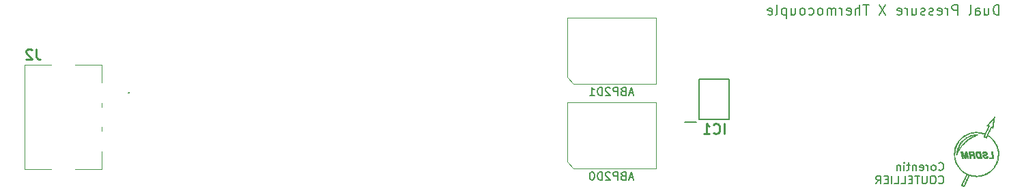
<source format=gbr>
G04 #@! TF.GenerationSoftware,KiCad,Pcbnew,(5.1.0)-1*
G04 #@! TF.CreationDate,2022-11-08T16:58:41+01:00*
G04 #@! TF.ProjectId,DualPressure_V1,4475616c-5072-4657-9373-7572655f5631,rev?*
G04 #@! TF.SameCoordinates,Original*
G04 #@! TF.FileFunction,Legend,Bot*
G04 #@! TF.FilePolarity,Positive*
%FSLAX46Y46*%
G04 Gerber Fmt 4.6, Leading zero omitted, Abs format (unit mm)*
G04 Created by KiCad (PCBNEW (5.1.0)-1) date 2022-11-08 16:58:41*
%MOMM*%
%LPD*%
G04 APERTURE LIST*
%ADD10C,0.150000*%
%ADD11C,0.010000*%
%ADD12C,0.120000*%
%ADD13C,0.200000*%
%ADD14C,0.100000*%
%ADD15C,0.254000*%
G04 APERTURE END LIST*
D10*
X235842976Y-108782142D02*
X235890595Y-108829761D01*
X236033452Y-108877380D01*
X236128690Y-108877380D01*
X236271547Y-108829761D01*
X236366785Y-108734523D01*
X236414404Y-108639285D01*
X236462023Y-108448809D01*
X236462023Y-108305952D01*
X236414404Y-108115476D01*
X236366785Y-108020238D01*
X236271547Y-107925000D01*
X236128690Y-107877380D01*
X236033452Y-107877380D01*
X235890595Y-107925000D01*
X235842976Y-107972619D01*
X235271547Y-108877380D02*
X235366785Y-108829761D01*
X235414404Y-108782142D01*
X235462023Y-108686904D01*
X235462023Y-108401190D01*
X235414404Y-108305952D01*
X235366785Y-108258333D01*
X235271547Y-108210714D01*
X235128690Y-108210714D01*
X235033452Y-108258333D01*
X234985833Y-108305952D01*
X234938214Y-108401190D01*
X234938214Y-108686904D01*
X234985833Y-108782142D01*
X235033452Y-108829761D01*
X235128690Y-108877380D01*
X235271547Y-108877380D01*
X234509642Y-108877380D02*
X234509642Y-108210714D01*
X234509642Y-108401190D02*
X234462023Y-108305952D01*
X234414404Y-108258333D01*
X234319166Y-108210714D01*
X234223928Y-108210714D01*
X233509642Y-108829761D02*
X233604880Y-108877380D01*
X233795357Y-108877380D01*
X233890595Y-108829761D01*
X233938214Y-108734523D01*
X233938214Y-108353571D01*
X233890595Y-108258333D01*
X233795357Y-108210714D01*
X233604880Y-108210714D01*
X233509642Y-108258333D01*
X233462023Y-108353571D01*
X233462023Y-108448809D01*
X233938214Y-108544047D01*
X233033452Y-108210714D02*
X233033452Y-108877380D01*
X233033452Y-108305952D02*
X232985833Y-108258333D01*
X232890595Y-108210714D01*
X232747738Y-108210714D01*
X232652500Y-108258333D01*
X232604880Y-108353571D01*
X232604880Y-108877380D01*
X232271547Y-108210714D02*
X231890595Y-108210714D01*
X232128690Y-107877380D02*
X232128690Y-108734523D01*
X232081071Y-108829761D01*
X231985833Y-108877380D01*
X231890595Y-108877380D01*
X231557261Y-108877380D02*
X231557261Y-108210714D01*
X231557261Y-107877380D02*
X231604880Y-107925000D01*
X231557261Y-107972619D01*
X231509642Y-107925000D01*
X231557261Y-107877380D01*
X231557261Y-107972619D01*
X231081071Y-108210714D02*
X231081071Y-108877380D01*
X231081071Y-108305952D02*
X231033452Y-108258333D01*
X230938214Y-108210714D01*
X230795357Y-108210714D01*
X230700119Y-108258333D01*
X230652500Y-108353571D01*
X230652500Y-108877380D01*
X235842976Y-110432142D02*
X235890595Y-110479761D01*
X236033452Y-110527380D01*
X236128690Y-110527380D01*
X236271547Y-110479761D01*
X236366785Y-110384523D01*
X236414404Y-110289285D01*
X236462023Y-110098809D01*
X236462023Y-109955952D01*
X236414404Y-109765476D01*
X236366785Y-109670238D01*
X236271547Y-109575000D01*
X236128690Y-109527380D01*
X236033452Y-109527380D01*
X235890595Y-109575000D01*
X235842976Y-109622619D01*
X235223928Y-109527380D02*
X235033452Y-109527380D01*
X234938214Y-109575000D01*
X234842976Y-109670238D01*
X234795357Y-109860714D01*
X234795357Y-110194047D01*
X234842976Y-110384523D01*
X234938214Y-110479761D01*
X235033452Y-110527380D01*
X235223928Y-110527380D01*
X235319166Y-110479761D01*
X235414404Y-110384523D01*
X235462023Y-110194047D01*
X235462023Y-109860714D01*
X235414404Y-109670238D01*
X235319166Y-109575000D01*
X235223928Y-109527380D01*
X234366785Y-109527380D02*
X234366785Y-110336904D01*
X234319166Y-110432142D01*
X234271547Y-110479761D01*
X234176309Y-110527380D01*
X233985833Y-110527380D01*
X233890595Y-110479761D01*
X233842976Y-110432142D01*
X233795357Y-110336904D01*
X233795357Y-109527380D01*
X233462023Y-109527380D02*
X232890595Y-109527380D01*
X233176309Y-110527380D02*
X233176309Y-109527380D01*
X232557261Y-110003571D02*
X232223928Y-110003571D01*
X232081071Y-110527380D02*
X232557261Y-110527380D01*
X232557261Y-109527380D01*
X232081071Y-109527380D01*
X231176309Y-110527380D02*
X231652500Y-110527380D01*
X231652500Y-109527380D01*
X230366785Y-110527380D02*
X230842976Y-110527380D01*
X230842976Y-109527380D01*
X230033452Y-110527380D02*
X230033452Y-109527380D01*
X229557261Y-110003571D02*
X229223928Y-110003571D01*
X229081071Y-110527380D02*
X229557261Y-110527380D01*
X229557261Y-109527380D01*
X229081071Y-109527380D01*
X228081071Y-110527380D02*
X228414404Y-110051190D01*
X228652499Y-110527380D02*
X228652499Y-109527380D01*
X228271547Y-109527380D01*
X228176309Y-109575000D01*
X228128690Y-109622619D01*
X228081071Y-109717857D01*
X228081071Y-109860714D01*
X228128690Y-109955952D01*
X228176309Y-110003571D01*
X228271547Y-110051190D01*
X228652499Y-110051190D01*
X243315476Y-89565476D02*
X243315476Y-88315476D01*
X243017857Y-88315476D01*
X242839285Y-88375000D01*
X242720238Y-88494047D01*
X242660714Y-88613095D01*
X242601190Y-88851190D01*
X242601190Y-89029761D01*
X242660714Y-89267857D01*
X242720238Y-89386904D01*
X242839285Y-89505952D01*
X243017857Y-89565476D01*
X243315476Y-89565476D01*
X241529761Y-88732142D02*
X241529761Y-89565476D01*
X242065476Y-88732142D02*
X242065476Y-89386904D01*
X242005952Y-89505952D01*
X241886904Y-89565476D01*
X241708333Y-89565476D01*
X241589285Y-89505952D01*
X241529761Y-89446428D01*
X240398809Y-89565476D02*
X240398809Y-88910714D01*
X240458333Y-88791666D01*
X240577380Y-88732142D01*
X240815476Y-88732142D01*
X240934523Y-88791666D01*
X240398809Y-89505952D02*
X240517857Y-89565476D01*
X240815476Y-89565476D01*
X240934523Y-89505952D01*
X240994047Y-89386904D01*
X240994047Y-89267857D01*
X240934523Y-89148809D01*
X240815476Y-89089285D01*
X240517857Y-89089285D01*
X240398809Y-89029761D01*
X239625000Y-89565476D02*
X239744047Y-89505952D01*
X239803571Y-89386904D01*
X239803571Y-88315476D01*
X238196428Y-89565476D02*
X238196428Y-88315476D01*
X237720238Y-88315476D01*
X237601190Y-88375000D01*
X237541666Y-88434523D01*
X237482142Y-88553571D01*
X237482142Y-88732142D01*
X237541666Y-88851190D01*
X237601190Y-88910714D01*
X237720238Y-88970238D01*
X238196428Y-88970238D01*
X236946428Y-89565476D02*
X236946428Y-88732142D01*
X236946428Y-88970238D02*
X236886904Y-88851190D01*
X236827380Y-88791666D01*
X236708333Y-88732142D01*
X236589285Y-88732142D01*
X235696428Y-89505952D02*
X235815476Y-89565476D01*
X236053571Y-89565476D01*
X236172619Y-89505952D01*
X236232142Y-89386904D01*
X236232142Y-88910714D01*
X236172619Y-88791666D01*
X236053571Y-88732142D01*
X235815476Y-88732142D01*
X235696428Y-88791666D01*
X235636904Y-88910714D01*
X235636904Y-89029761D01*
X236232142Y-89148809D01*
X235160714Y-89505952D02*
X235041666Y-89565476D01*
X234803571Y-89565476D01*
X234684523Y-89505952D01*
X234625000Y-89386904D01*
X234625000Y-89327380D01*
X234684523Y-89208333D01*
X234803571Y-89148809D01*
X234982142Y-89148809D01*
X235101190Y-89089285D01*
X235160714Y-88970238D01*
X235160714Y-88910714D01*
X235101190Y-88791666D01*
X234982142Y-88732142D01*
X234803571Y-88732142D01*
X234684523Y-88791666D01*
X234148809Y-89505952D02*
X234029761Y-89565476D01*
X233791666Y-89565476D01*
X233672619Y-89505952D01*
X233613095Y-89386904D01*
X233613095Y-89327380D01*
X233672619Y-89208333D01*
X233791666Y-89148809D01*
X233970238Y-89148809D01*
X234089285Y-89089285D01*
X234148809Y-88970238D01*
X234148809Y-88910714D01*
X234089285Y-88791666D01*
X233970238Y-88732142D01*
X233791666Y-88732142D01*
X233672619Y-88791666D01*
X232541666Y-88732142D02*
X232541666Y-89565476D01*
X233077380Y-88732142D02*
X233077380Y-89386904D01*
X233017857Y-89505952D01*
X232898809Y-89565476D01*
X232720238Y-89565476D01*
X232601190Y-89505952D01*
X232541666Y-89446428D01*
X231946428Y-89565476D02*
X231946428Y-88732142D01*
X231946428Y-88970238D02*
X231886904Y-88851190D01*
X231827380Y-88791666D01*
X231708333Y-88732142D01*
X231589285Y-88732142D01*
X230696428Y-89505952D02*
X230815476Y-89565476D01*
X231053571Y-89565476D01*
X231172619Y-89505952D01*
X231232142Y-89386904D01*
X231232142Y-88910714D01*
X231172619Y-88791666D01*
X231053571Y-88732142D01*
X230815476Y-88732142D01*
X230696428Y-88791666D01*
X230636904Y-88910714D01*
X230636904Y-89029761D01*
X231232142Y-89148809D01*
X229267857Y-88315476D02*
X228434523Y-89565476D01*
X228434523Y-88315476D02*
X229267857Y-89565476D01*
X227184523Y-88315476D02*
X226470238Y-88315476D01*
X226827380Y-89565476D02*
X226827380Y-88315476D01*
X226053571Y-89565476D02*
X226053571Y-88315476D01*
X225517857Y-89565476D02*
X225517857Y-88910714D01*
X225577380Y-88791666D01*
X225696428Y-88732142D01*
X225875000Y-88732142D01*
X225994047Y-88791666D01*
X226053571Y-88851190D01*
X224446428Y-89505952D02*
X224565476Y-89565476D01*
X224803571Y-89565476D01*
X224922619Y-89505952D01*
X224982142Y-89386904D01*
X224982142Y-88910714D01*
X224922619Y-88791666D01*
X224803571Y-88732142D01*
X224565476Y-88732142D01*
X224446428Y-88791666D01*
X224386904Y-88910714D01*
X224386904Y-89029761D01*
X224982142Y-89148809D01*
X223851190Y-89565476D02*
X223851190Y-88732142D01*
X223851190Y-88970238D02*
X223791666Y-88851190D01*
X223732142Y-88791666D01*
X223613095Y-88732142D01*
X223494047Y-88732142D01*
X223077380Y-89565476D02*
X223077380Y-88732142D01*
X223077380Y-88851190D02*
X223017857Y-88791666D01*
X222898809Y-88732142D01*
X222720238Y-88732142D01*
X222601190Y-88791666D01*
X222541666Y-88910714D01*
X222541666Y-89565476D01*
X222541666Y-88910714D02*
X222482142Y-88791666D01*
X222363095Y-88732142D01*
X222184523Y-88732142D01*
X222065476Y-88791666D01*
X222005952Y-88910714D01*
X222005952Y-89565476D01*
X221232142Y-89565476D02*
X221351190Y-89505952D01*
X221410714Y-89446428D01*
X221470238Y-89327380D01*
X221470238Y-88970238D01*
X221410714Y-88851190D01*
X221351190Y-88791666D01*
X221232142Y-88732142D01*
X221053571Y-88732142D01*
X220934523Y-88791666D01*
X220875000Y-88851190D01*
X220815476Y-88970238D01*
X220815476Y-89327380D01*
X220875000Y-89446428D01*
X220934523Y-89505952D01*
X221053571Y-89565476D01*
X221232142Y-89565476D01*
X219744047Y-89505952D02*
X219863095Y-89565476D01*
X220101190Y-89565476D01*
X220220238Y-89505952D01*
X220279761Y-89446428D01*
X220339285Y-89327380D01*
X220339285Y-88970238D01*
X220279761Y-88851190D01*
X220220238Y-88791666D01*
X220101190Y-88732142D01*
X219863095Y-88732142D01*
X219744047Y-88791666D01*
X219029761Y-89565476D02*
X219148809Y-89505952D01*
X219208333Y-89446428D01*
X219267857Y-89327380D01*
X219267857Y-88970238D01*
X219208333Y-88851190D01*
X219148809Y-88791666D01*
X219029761Y-88732142D01*
X218851190Y-88732142D01*
X218732142Y-88791666D01*
X218672619Y-88851190D01*
X218613095Y-88970238D01*
X218613095Y-89327380D01*
X218672619Y-89446428D01*
X218732142Y-89505952D01*
X218851190Y-89565476D01*
X219029761Y-89565476D01*
X217541666Y-88732142D02*
X217541666Y-89565476D01*
X218077380Y-88732142D02*
X218077380Y-89386904D01*
X218017857Y-89505952D01*
X217898809Y-89565476D01*
X217720238Y-89565476D01*
X217601190Y-89505952D01*
X217541666Y-89446428D01*
X216946428Y-88732142D02*
X216946428Y-89982142D01*
X216946428Y-88791666D02*
X216827380Y-88732142D01*
X216589285Y-88732142D01*
X216470238Y-88791666D01*
X216410714Y-88851190D01*
X216351190Y-88970238D01*
X216351190Y-89327380D01*
X216410714Y-89446428D01*
X216470238Y-89505952D01*
X216589285Y-89565476D01*
X216827380Y-89565476D01*
X216946428Y-89505952D01*
X215636904Y-89565476D02*
X215755952Y-89505952D01*
X215815476Y-89386904D01*
X215815476Y-88315476D01*
X214684523Y-89505952D02*
X214803571Y-89565476D01*
X215041666Y-89565476D01*
X215160714Y-89505952D01*
X215220238Y-89386904D01*
X215220238Y-88910714D01*
X215160714Y-88791666D01*
X215041666Y-88732142D01*
X214803571Y-88732142D01*
X214684523Y-88791666D01*
X214625000Y-88910714D01*
X214625000Y-89029761D01*
X215220238Y-89148809D01*
D11*
G36*
X240546372Y-104368101D02*
G01*
X240466071Y-104375593D01*
X240368662Y-104388863D01*
X240260168Y-104406881D01*
X240146616Y-104428617D01*
X240034032Y-104453040D01*
X239928440Y-104479119D01*
X239835865Y-104505826D01*
X239805812Y-104515766D01*
X239559620Y-104618325D01*
X239314389Y-104754635D01*
X239073715Y-104922255D01*
X238841191Y-105118747D01*
X238673387Y-105284565D01*
X238504675Y-105479542D01*
X238367406Y-105677034D01*
X238257065Y-105884445D01*
X238169142Y-106109180D01*
X238167190Y-106115091D01*
X238150881Y-106170229D01*
X238129422Y-106250675D01*
X238104653Y-106348646D01*
X238078418Y-106456355D01*
X238052559Y-106566020D01*
X238028919Y-106669855D01*
X238009341Y-106760077D01*
X237995667Y-106828900D01*
X237990351Y-106862162D01*
X238001542Y-106885622D01*
X238028961Y-106897123D01*
X238053754Y-106889669D01*
X238056048Y-106886540D01*
X238067777Y-106865181D01*
X238092409Y-106819318D01*
X238125887Y-106756525D01*
X238150970Y-106709275D01*
X238233318Y-106556960D01*
X238318378Y-106405157D01*
X238402360Y-106260297D01*
X238481470Y-106128807D01*
X238551916Y-106017116D01*
X238608619Y-105933446D01*
X238663198Y-105864453D01*
X238740163Y-105777110D01*
X238834267Y-105676585D01*
X238940261Y-105568044D01*
X239052899Y-105456655D01*
X239166933Y-105347585D01*
X239277117Y-105246002D01*
X239378202Y-105157074D01*
X239464942Y-105085966D01*
X239484000Y-105071407D01*
X239597372Y-104990768D01*
X239723695Y-104909629D01*
X239866994Y-104825755D01*
X240031292Y-104736910D01*
X240220614Y-104640858D01*
X240438981Y-104535363D01*
X240502789Y-104505278D01*
X240556492Y-104475719D01*
X240350481Y-104475719D01*
X240337044Y-104485300D01*
X240296312Y-104508329D01*
X240233446Y-104542030D01*
X240153607Y-104583624D01*
X240083861Y-104619256D01*
X239904352Y-104712475D01*
X239748552Y-104799146D01*
X239609691Y-104884187D01*
X239480997Y-104972514D01*
X239355701Y-105069046D01*
X239227033Y-105178698D01*
X239088224Y-105306389D01*
X238938412Y-105451224D01*
X238805077Y-105585107D01*
X238693774Y-105704227D01*
X238598281Y-105816591D01*
X238512374Y-105930201D01*
X238429830Y-106053063D01*
X238344426Y-106193181D01*
X238294795Y-106279072D01*
X238245960Y-106364188D01*
X238203718Y-106436700D01*
X238171142Y-106491417D01*
X238151310Y-106523149D01*
X238146697Y-106528981D01*
X238148500Y-106511082D01*
X238156896Y-106467407D01*
X238169820Y-106408507D01*
X238217591Y-106230965D01*
X238277628Y-106055251D01*
X238344515Y-105896841D01*
X238360038Y-105865000D01*
X238480080Y-105660200D01*
X238630917Y-105458470D01*
X238807100Y-105264544D01*
X239003176Y-105083155D01*
X239213694Y-104919034D01*
X239433204Y-104776916D01*
X239656252Y-104661532D01*
X239822248Y-104595502D01*
X239874678Y-104579456D01*
X239945844Y-104560312D01*
X240028290Y-104539762D01*
X240114559Y-104519496D01*
X240197197Y-104501203D01*
X240268746Y-104486577D01*
X240321751Y-104477306D01*
X240348756Y-104475082D01*
X240350481Y-104475719D01*
X240556492Y-104475719D01*
X240574940Y-104465565D01*
X240621471Y-104427389D01*
X240639082Y-104394099D01*
X240631545Y-104374573D01*
X240603538Y-104367418D01*
X240546372Y-104368101D01*
X240546372Y-104368101D01*
G37*
X240546372Y-104368101D02*
X240466071Y-104375593D01*
X240368662Y-104388863D01*
X240260168Y-104406881D01*
X240146616Y-104428617D01*
X240034032Y-104453040D01*
X239928440Y-104479119D01*
X239835865Y-104505826D01*
X239805812Y-104515766D01*
X239559620Y-104618325D01*
X239314389Y-104754635D01*
X239073715Y-104922255D01*
X238841191Y-105118747D01*
X238673387Y-105284565D01*
X238504675Y-105479542D01*
X238367406Y-105677034D01*
X238257065Y-105884445D01*
X238169142Y-106109180D01*
X238167190Y-106115091D01*
X238150881Y-106170229D01*
X238129422Y-106250675D01*
X238104653Y-106348646D01*
X238078418Y-106456355D01*
X238052559Y-106566020D01*
X238028919Y-106669855D01*
X238009341Y-106760077D01*
X237995667Y-106828900D01*
X237990351Y-106862162D01*
X238001542Y-106885622D01*
X238028961Y-106897123D01*
X238053754Y-106889669D01*
X238056048Y-106886540D01*
X238067777Y-106865181D01*
X238092409Y-106819318D01*
X238125887Y-106756525D01*
X238150970Y-106709275D01*
X238233318Y-106556960D01*
X238318378Y-106405157D01*
X238402360Y-106260297D01*
X238481470Y-106128807D01*
X238551916Y-106017116D01*
X238608619Y-105933446D01*
X238663198Y-105864453D01*
X238740163Y-105777110D01*
X238834267Y-105676585D01*
X238940261Y-105568044D01*
X239052899Y-105456655D01*
X239166933Y-105347585D01*
X239277117Y-105246002D01*
X239378202Y-105157074D01*
X239464942Y-105085966D01*
X239484000Y-105071407D01*
X239597372Y-104990768D01*
X239723695Y-104909629D01*
X239866994Y-104825755D01*
X240031292Y-104736910D01*
X240220614Y-104640858D01*
X240438981Y-104535363D01*
X240502789Y-104505278D01*
X240556492Y-104475719D01*
X240350481Y-104475719D01*
X240337044Y-104485300D01*
X240296312Y-104508329D01*
X240233446Y-104542030D01*
X240153607Y-104583624D01*
X240083861Y-104619256D01*
X239904352Y-104712475D01*
X239748552Y-104799146D01*
X239609691Y-104884187D01*
X239480997Y-104972514D01*
X239355701Y-105069046D01*
X239227033Y-105178698D01*
X239088224Y-105306389D01*
X238938412Y-105451224D01*
X238805077Y-105585107D01*
X238693774Y-105704227D01*
X238598281Y-105816591D01*
X238512374Y-105930201D01*
X238429830Y-106053063D01*
X238344426Y-106193181D01*
X238294795Y-106279072D01*
X238245960Y-106364188D01*
X238203718Y-106436700D01*
X238171142Y-106491417D01*
X238151310Y-106523149D01*
X238146697Y-106528981D01*
X238148500Y-106511082D01*
X238156896Y-106467407D01*
X238169820Y-106408507D01*
X238217591Y-106230965D01*
X238277628Y-106055251D01*
X238344515Y-105896841D01*
X238360038Y-105865000D01*
X238480080Y-105660200D01*
X238630917Y-105458470D01*
X238807100Y-105264544D01*
X239003176Y-105083155D01*
X239213694Y-104919034D01*
X239433204Y-104776916D01*
X239656252Y-104661532D01*
X239822248Y-104595502D01*
X239874678Y-104579456D01*
X239945844Y-104560312D01*
X240028290Y-104539762D01*
X240114559Y-104519496D01*
X240197197Y-104501203D01*
X240268746Y-104486577D01*
X240321751Y-104477306D01*
X240348756Y-104475082D01*
X240350481Y-104475719D01*
X240556492Y-104475719D01*
X240574940Y-104465565D01*
X240621471Y-104427389D01*
X240639082Y-104394099D01*
X240631545Y-104374573D01*
X240603538Y-104367418D01*
X240546372Y-104368101D01*
G36*
X238558130Y-106485290D02*
G01*
X238543873Y-106493996D01*
X238543679Y-106511758D01*
X238545854Y-106521800D01*
X238552136Y-106551356D01*
X238564306Y-106610707D01*
X238581192Y-106694055D01*
X238601620Y-106795603D01*
X238624419Y-106909554D01*
X238634099Y-106958107D01*
X238712686Y-107352714D01*
X238789915Y-107352714D01*
X238837059Y-107349560D01*
X238864391Y-107341624D01*
X238867143Y-107337643D01*
X238863709Y-107315762D01*
X238854180Y-107264341D01*
X238839715Y-107189398D01*
X238821473Y-107096945D01*
X238803459Y-107007088D01*
X238783162Y-106904278D01*
X238766140Y-106813675D01*
X238753456Y-106741305D01*
X238746172Y-106693197D01*
X238745052Y-106675772D01*
X238753138Y-106686888D01*
X238772720Y-106726987D01*
X238801714Y-106791403D01*
X238838034Y-106875470D01*
X238879597Y-106974521D01*
X238892721Y-107006327D01*
X239035112Y-107352714D01*
X239114413Y-107352714D01*
X239164429Y-107350328D01*
X239188266Y-107339853D01*
X239195894Y-107316312D01*
X239196224Y-107311893D01*
X239197726Y-107280459D01*
X239200260Y-107219873D01*
X239203542Y-107137242D01*
X239207287Y-107039678D01*
X239209831Y-106971714D01*
X239220929Y-106672357D01*
X239292012Y-107012536D01*
X239363096Y-107352714D01*
X239443658Y-107352714D01*
X239493002Y-107351068D01*
X239514582Y-107342871D01*
X239516883Y-107323234D01*
X239514500Y-107311893D01*
X239508181Y-107282467D01*
X239496017Y-107223312D01*
X239479195Y-107140294D01*
X239458902Y-107039284D01*
X239436326Y-106926147D01*
X239428256Y-106885536D01*
X239351730Y-106500000D01*
X239107633Y-106500000D01*
X239094379Y-106827729D01*
X239089726Y-106931501D01*
X239084847Y-107020819D01*
X239080117Y-107090168D01*
X239075908Y-107134030D01*
X239072724Y-107147057D01*
X239063172Y-107128578D01*
X239041516Y-107082047D01*
X239010118Y-107012689D01*
X238971341Y-106925730D01*
X238927548Y-106826394D01*
X238922464Y-106814793D01*
X238780604Y-106490929D01*
X238658400Y-106485514D01*
X238593843Y-106483257D01*
X238558130Y-106485290D01*
X238558130Y-106485290D01*
G37*
X238558130Y-106485290D02*
X238543873Y-106493996D01*
X238543679Y-106511758D01*
X238545854Y-106521800D01*
X238552136Y-106551356D01*
X238564306Y-106610707D01*
X238581192Y-106694055D01*
X238601620Y-106795603D01*
X238624419Y-106909554D01*
X238634099Y-106958107D01*
X238712686Y-107352714D01*
X238789915Y-107352714D01*
X238837059Y-107349560D01*
X238864391Y-107341624D01*
X238867143Y-107337643D01*
X238863709Y-107315762D01*
X238854180Y-107264341D01*
X238839715Y-107189398D01*
X238821473Y-107096945D01*
X238803459Y-107007088D01*
X238783162Y-106904278D01*
X238766140Y-106813675D01*
X238753456Y-106741305D01*
X238746172Y-106693197D01*
X238745052Y-106675772D01*
X238753138Y-106686888D01*
X238772720Y-106726987D01*
X238801714Y-106791403D01*
X238838034Y-106875470D01*
X238879597Y-106974521D01*
X238892721Y-107006327D01*
X239035112Y-107352714D01*
X239114413Y-107352714D01*
X239164429Y-107350328D01*
X239188266Y-107339853D01*
X239195894Y-107316312D01*
X239196224Y-107311893D01*
X239197726Y-107280459D01*
X239200260Y-107219873D01*
X239203542Y-107137242D01*
X239207287Y-107039678D01*
X239209831Y-106971714D01*
X239220929Y-106672357D01*
X239292012Y-107012536D01*
X239363096Y-107352714D01*
X239443658Y-107352714D01*
X239493002Y-107351068D01*
X239514582Y-107342871D01*
X239516883Y-107323234D01*
X239514500Y-107311893D01*
X239508181Y-107282467D01*
X239496017Y-107223312D01*
X239479195Y-107140294D01*
X239458902Y-107039284D01*
X239436326Y-106926147D01*
X239428256Y-106885536D01*
X239351730Y-106500000D01*
X239107633Y-106500000D01*
X239094379Y-106827729D01*
X239089726Y-106931501D01*
X239084847Y-107020819D01*
X239080117Y-107090168D01*
X239075908Y-107134030D01*
X239072724Y-107147057D01*
X239063172Y-107128578D01*
X239041516Y-107082047D01*
X239010118Y-107012689D01*
X238971341Y-106925730D01*
X238927548Y-106826394D01*
X238922464Y-106814793D01*
X238780604Y-106490929D01*
X238658400Y-106485514D01*
X238593843Y-106483257D01*
X238558130Y-106485290D01*
G36*
X239591462Y-106553033D02*
G01*
X239550654Y-106617215D01*
X239540164Y-106692261D01*
X239558835Y-106770977D01*
X239605512Y-106846170D01*
X239644819Y-106885212D01*
X239685008Y-106921807D01*
X239698767Y-106947396D01*
X239688722Y-106972704D01*
X239671312Y-106993380D01*
X239656164Y-107014824D01*
X239649657Y-107042112D01*
X239651257Y-107084809D01*
X239660431Y-107152480D01*
X239661905Y-107162021D01*
X239670758Y-107231224D01*
X239674648Y-107288578D01*
X239672862Y-107322840D01*
X239672223Y-107324891D01*
X239672158Y-107341512D01*
X239693090Y-107349982D01*
X239741979Y-107352664D01*
X239754202Y-107352714D01*
X239801619Y-107351989D01*
X239830595Y-107345404D01*
X239843852Y-107326341D01*
X239844112Y-107288184D01*
X239834097Y-107224318D01*
X239825744Y-107178815D01*
X239814669Y-107101771D01*
X239819017Y-107052004D01*
X239843945Y-107023679D01*
X239894609Y-107010956D01*
X239976167Y-107008000D01*
X239976648Y-107008000D01*
X240034858Y-107008118D01*
X240074537Y-107012424D01*
X240100774Y-107026851D01*
X240118652Y-107057329D01*
X240133260Y-107109791D01*
X240149682Y-107190167D01*
X240154742Y-107215688D01*
X240183852Y-107361786D01*
X240260283Y-107367365D01*
X240307014Y-107367123D01*
X240334041Y-107359912D01*
X240336714Y-107355556D01*
X240333392Y-107333776D01*
X240324232Y-107282681D01*
X240310447Y-107208547D01*
X240293249Y-107117652D01*
X240273849Y-107016276D01*
X240253460Y-106910694D01*
X240245024Y-106867393D01*
X240081923Y-106867393D01*
X240065612Y-106873740D01*
X240021592Y-106878507D01*
X239958435Y-106880877D01*
X239939184Y-106881000D01*
X239866586Y-106880210D01*
X239820204Y-106875874D01*
X239789974Y-106865043D01*
X239765834Y-106844767D01*
X239748684Y-106825179D01*
X239714483Y-106767785D01*
X239702587Y-106709630D01*
X239714306Y-106661616D01*
X239727209Y-106646570D01*
X239761416Y-106635219D01*
X239825933Y-106630079D01*
X239894339Y-106630742D01*
X240035976Y-106636072D01*
X240058553Y-106744929D01*
X240070617Y-106804585D01*
X240079114Y-106849430D01*
X240081923Y-106867393D01*
X240245024Y-106867393D01*
X240233294Y-106807187D01*
X240214562Y-106712031D01*
X240198477Y-106631505D01*
X240186250Y-106571887D01*
X240179432Y-106540822D01*
X240174255Y-106524903D01*
X240163967Y-106513774D01*
X240142849Y-106506579D01*
X240105182Y-106502461D01*
X240045246Y-106500562D01*
X239957322Y-106500025D01*
X239906995Y-106500000D01*
X239644495Y-106500000D01*
X239591462Y-106553033D01*
X239591462Y-106553033D01*
G37*
X239591462Y-106553033D02*
X239550654Y-106617215D01*
X239540164Y-106692261D01*
X239558835Y-106770977D01*
X239605512Y-106846170D01*
X239644819Y-106885212D01*
X239685008Y-106921807D01*
X239698767Y-106947396D01*
X239688722Y-106972704D01*
X239671312Y-106993380D01*
X239656164Y-107014824D01*
X239649657Y-107042112D01*
X239651257Y-107084809D01*
X239660431Y-107152480D01*
X239661905Y-107162021D01*
X239670758Y-107231224D01*
X239674648Y-107288578D01*
X239672862Y-107322840D01*
X239672223Y-107324891D01*
X239672158Y-107341512D01*
X239693090Y-107349982D01*
X239741979Y-107352664D01*
X239754202Y-107352714D01*
X239801619Y-107351989D01*
X239830595Y-107345404D01*
X239843852Y-107326341D01*
X239844112Y-107288184D01*
X239834097Y-107224318D01*
X239825744Y-107178815D01*
X239814669Y-107101771D01*
X239819017Y-107052004D01*
X239843945Y-107023679D01*
X239894609Y-107010956D01*
X239976167Y-107008000D01*
X239976648Y-107008000D01*
X240034858Y-107008118D01*
X240074537Y-107012424D01*
X240100774Y-107026851D01*
X240118652Y-107057329D01*
X240133260Y-107109791D01*
X240149682Y-107190167D01*
X240154742Y-107215688D01*
X240183852Y-107361786D01*
X240260283Y-107367365D01*
X240307014Y-107367123D01*
X240334041Y-107359912D01*
X240336714Y-107355556D01*
X240333392Y-107333776D01*
X240324232Y-107282681D01*
X240310447Y-107208547D01*
X240293249Y-107117652D01*
X240273849Y-107016276D01*
X240253460Y-106910694D01*
X240245024Y-106867393D01*
X240081923Y-106867393D01*
X240065612Y-106873740D01*
X240021592Y-106878507D01*
X239958435Y-106880877D01*
X239939184Y-106881000D01*
X239866586Y-106880210D01*
X239820204Y-106875874D01*
X239789974Y-106865043D01*
X239765834Y-106844767D01*
X239748684Y-106825179D01*
X239714483Y-106767785D01*
X239702587Y-106709630D01*
X239714306Y-106661616D01*
X239727209Y-106646570D01*
X239761416Y-106635219D01*
X239825933Y-106630079D01*
X239894339Y-106630742D01*
X240035976Y-106636072D01*
X240058553Y-106744929D01*
X240070617Y-106804585D01*
X240079114Y-106849430D01*
X240081923Y-106867393D01*
X240245024Y-106867393D01*
X240233294Y-106807187D01*
X240214562Y-106712031D01*
X240198477Y-106631505D01*
X240186250Y-106571887D01*
X240179432Y-106540822D01*
X240174255Y-106524903D01*
X240163967Y-106513774D01*
X240142849Y-106506579D01*
X240105182Y-106502461D01*
X240045246Y-106500562D01*
X239957322Y-106500025D01*
X239906995Y-106500000D01*
X239644495Y-106500000D01*
X239591462Y-106553033D01*
G36*
X240679620Y-106502320D02*
G01*
X240592939Y-106510852D01*
X240529792Y-106527957D01*
X240483905Y-106555994D01*
X240449007Y-106597325D01*
X240425870Y-106639292D01*
X240398306Y-106734790D01*
X240396839Y-106844257D01*
X240418529Y-106959899D01*
X240460438Y-107073923D01*
X240519624Y-107178536D01*
X240593151Y-107265943D01*
X240678077Y-107328351D01*
X240687550Y-107333144D01*
X240729954Y-107350622D01*
X240776530Y-107361868D01*
X240836520Y-107368121D01*
X240919165Y-107370624D01*
X240968371Y-107370857D01*
X241049290Y-107369887D01*
X241114884Y-107367254D01*
X241157890Y-107363374D01*
X241171286Y-107359230D01*
X241168007Y-107335345D01*
X241159007Y-107282505D01*
X241145536Y-107207368D01*
X241145374Y-107206484D01*
X240987135Y-107206484D01*
X240978481Y-107218704D01*
X240950748Y-107224212D01*
X240896575Y-107225669D01*
X240871086Y-107225714D01*
X240804582Y-107224572D01*
X240761599Y-107217996D01*
X240729380Y-107201266D01*
X240695167Y-107169659D01*
X240681706Y-107155624D01*
X240628566Y-107082415D01*
X240589732Y-106994479D01*
X240566665Y-106900742D01*
X240560824Y-106810129D01*
X240573671Y-106731565D01*
X240603462Y-106677367D01*
X240630332Y-106658583D01*
X240673943Y-106648499D01*
X240743360Y-106645179D01*
X240754231Y-106645143D01*
X240875838Y-106645143D01*
X240925097Y-106894607D01*
X240943778Y-106988630D01*
X240960685Y-107072655D01*
X240974228Y-107138849D01*
X240982814Y-107179377D01*
X240984073Y-107184893D01*
X240987135Y-107206484D01*
X241145374Y-107206484D01*
X241128847Y-107116587D01*
X241110192Y-107016820D01*
X241090822Y-106914721D01*
X241071990Y-106816945D01*
X241054947Y-106730148D01*
X241040946Y-106660986D01*
X241032695Y-106622464D01*
X241005092Y-106500000D01*
X240796109Y-106500000D01*
X240679620Y-106502320D01*
X240679620Y-106502320D01*
G37*
X240679620Y-106502320D02*
X240592939Y-106510852D01*
X240529792Y-106527957D01*
X240483905Y-106555994D01*
X240449007Y-106597325D01*
X240425870Y-106639292D01*
X240398306Y-106734790D01*
X240396839Y-106844257D01*
X240418529Y-106959899D01*
X240460438Y-107073923D01*
X240519624Y-107178536D01*
X240593151Y-107265943D01*
X240678077Y-107328351D01*
X240687550Y-107333144D01*
X240729954Y-107350622D01*
X240776530Y-107361868D01*
X240836520Y-107368121D01*
X240919165Y-107370624D01*
X240968371Y-107370857D01*
X241049290Y-107369887D01*
X241114884Y-107367254D01*
X241157890Y-107363374D01*
X241171286Y-107359230D01*
X241168007Y-107335345D01*
X241159007Y-107282505D01*
X241145536Y-107207368D01*
X241145374Y-107206484D01*
X240987135Y-107206484D01*
X240978481Y-107218704D01*
X240950748Y-107224212D01*
X240896575Y-107225669D01*
X240871086Y-107225714D01*
X240804582Y-107224572D01*
X240761599Y-107217996D01*
X240729380Y-107201266D01*
X240695167Y-107169659D01*
X240681706Y-107155624D01*
X240628566Y-107082415D01*
X240589732Y-106994479D01*
X240566665Y-106900742D01*
X240560824Y-106810129D01*
X240573671Y-106731565D01*
X240603462Y-106677367D01*
X240630332Y-106658583D01*
X240673943Y-106648499D01*
X240743360Y-106645179D01*
X240754231Y-106645143D01*
X240875838Y-106645143D01*
X240925097Y-106894607D01*
X240943778Y-106988630D01*
X240960685Y-107072655D01*
X240974228Y-107138849D01*
X240982814Y-107179377D01*
X240984073Y-107184893D01*
X240987135Y-107206484D01*
X241145374Y-107206484D01*
X241128847Y-107116587D01*
X241110192Y-107016820D01*
X241090822Y-106914721D01*
X241071990Y-106816945D01*
X241054947Y-106730148D01*
X241040946Y-106660986D01*
X241032695Y-106622464D01*
X241005092Y-106500000D01*
X240796109Y-106500000D01*
X240679620Y-106502320D01*
G36*
X241386777Y-106520871D02*
G01*
X241305669Y-106549576D01*
X241253270Y-106598569D01*
X241228322Y-106668758D01*
X241225714Y-106707450D01*
X241228081Y-106749765D01*
X241242373Y-106767741D01*
X241279381Y-106771528D01*
X241293750Y-106771444D01*
X241344857Y-106764892D01*
X241378994Y-106739872D01*
X241398338Y-106712480D01*
X241425281Y-106676660D01*
X241456644Y-106658203D01*
X241506307Y-106650212D01*
X241526376Y-106648852D01*
X241606273Y-106655114D01*
X241668431Y-106681509D01*
X241706548Y-106724210D01*
X241715572Y-106763750D01*
X241709623Y-106794569D01*
X241688112Y-106818514D01*
X241645544Y-106838406D01*
X241576423Y-106857066D01*
X241505283Y-106871675D01*
X241407176Y-106894104D01*
X241339821Y-106919275D01*
X241297688Y-106950204D01*
X241275245Y-106989912D01*
X241272784Y-106998567D01*
X241270553Y-107063443D01*
X241288062Y-107139501D01*
X241320977Y-107210769D01*
X241336348Y-107232923D01*
X241402602Y-107291078D01*
X241492282Y-107334345D01*
X241594806Y-107360486D01*
X241699590Y-107367263D01*
X241796052Y-107352438D01*
X241833870Y-107338148D01*
X241903285Y-107288220D01*
X241942852Y-107219646D01*
X241951429Y-107161361D01*
X241947234Y-107132486D01*
X241927830Y-107119780D01*
X241882986Y-107116861D01*
X241880080Y-107116857D01*
X241829697Y-107121449D01*
X241804111Y-107138378D01*
X241797061Y-107153626D01*
X241764992Y-107200297D01*
X241710024Y-107230471D01*
X241641993Y-107243313D01*
X241570731Y-107237987D01*
X241506075Y-107213657D01*
X241467175Y-107181675D01*
X241432818Y-107126023D01*
X241433115Y-107078862D01*
X241468297Y-107039899D01*
X241538595Y-107008840D01*
X241617789Y-106989943D01*
X241729557Y-106963254D01*
X241807757Y-106929482D01*
X241854796Y-106886280D01*
X241873081Y-106831305D01*
X241865020Y-106762210D01*
X241862119Y-106751921D01*
X241815827Y-106654300D01*
X241743443Y-106580910D01*
X241647063Y-106533136D01*
X241528788Y-106512360D01*
X241497857Y-106511546D01*
X241386777Y-106520871D01*
X241386777Y-106520871D01*
G37*
X241386777Y-106520871D02*
X241305669Y-106549576D01*
X241253270Y-106598569D01*
X241228322Y-106668758D01*
X241225714Y-106707450D01*
X241228081Y-106749765D01*
X241242373Y-106767741D01*
X241279381Y-106771528D01*
X241293750Y-106771444D01*
X241344857Y-106764892D01*
X241378994Y-106739872D01*
X241398338Y-106712480D01*
X241425281Y-106676660D01*
X241456644Y-106658203D01*
X241506307Y-106650212D01*
X241526376Y-106648852D01*
X241606273Y-106655114D01*
X241668431Y-106681509D01*
X241706548Y-106724210D01*
X241715572Y-106763750D01*
X241709623Y-106794569D01*
X241688112Y-106818514D01*
X241645544Y-106838406D01*
X241576423Y-106857066D01*
X241505283Y-106871675D01*
X241407176Y-106894104D01*
X241339821Y-106919275D01*
X241297688Y-106950204D01*
X241275245Y-106989912D01*
X241272784Y-106998567D01*
X241270553Y-107063443D01*
X241288062Y-107139501D01*
X241320977Y-107210769D01*
X241336348Y-107232923D01*
X241402602Y-107291078D01*
X241492282Y-107334345D01*
X241594806Y-107360486D01*
X241699590Y-107367263D01*
X241796052Y-107352438D01*
X241833870Y-107338148D01*
X241903285Y-107288220D01*
X241942852Y-107219646D01*
X241951429Y-107161361D01*
X241947234Y-107132486D01*
X241927830Y-107119780D01*
X241882986Y-107116861D01*
X241880080Y-107116857D01*
X241829697Y-107121449D01*
X241804111Y-107138378D01*
X241797061Y-107153626D01*
X241764992Y-107200297D01*
X241710024Y-107230471D01*
X241641993Y-107243313D01*
X241570731Y-107237987D01*
X241506075Y-107213657D01*
X241467175Y-107181675D01*
X241432818Y-107126023D01*
X241433115Y-107078862D01*
X241468297Y-107039899D01*
X241538595Y-107008840D01*
X241617789Y-106989943D01*
X241729557Y-106963254D01*
X241807757Y-106929482D01*
X241854796Y-106886280D01*
X241873081Y-106831305D01*
X241865020Y-106762210D01*
X241862119Y-106751921D01*
X241815827Y-106654300D01*
X241743443Y-106580910D01*
X241647063Y-106533136D01*
X241528788Y-106512360D01*
X241497857Y-106511546D01*
X241386777Y-106520871D01*
G36*
X242364052Y-106519364D02*
G01*
X242335694Y-106522445D01*
X242332429Y-106524143D01*
X242335819Y-106543378D01*
X242345086Y-106591405D01*
X242358871Y-106661455D01*
X242375819Y-106746764D01*
X242394571Y-106840564D01*
X242413771Y-106936088D01*
X242432062Y-107026571D01*
X242448087Y-107105244D01*
X242460488Y-107165343D01*
X242467909Y-107200100D01*
X242468585Y-107203036D01*
X242471587Y-107220843D01*
X242466496Y-107232533D01*
X242447311Y-107239391D01*
X242408031Y-107242707D01*
X242342655Y-107243767D01*
X242278346Y-107243857D01*
X242188298Y-107244314D01*
X242129075Y-107247349D01*
X242095219Y-107255459D01*
X242081269Y-107271140D01*
X242081765Y-107296888D01*
X242089864Y-107330036D01*
X242095274Y-107345597D01*
X242105517Y-107356597D01*
X242126171Y-107363828D01*
X242162811Y-107368078D01*
X242221014Y-107370139D01*
X242306358Y-107370802D01*
X242377794Y-107370857D01*
X242654785Y-107370857D01*
X242629728Y-107239322D01*
X242617412Y-107174774D01*
X242600161Y-107084509D01*
X242579871Y-106978445D01*
X242558441Y-106866502D01*
X242548186Y-106812964D01*
X242491700Y-106518143D01*
X242412064Y-106518143D01*
X242364052Y-106519364D01*
X242364052Y-106519364D01*
G37*
X242364052Y-106519364D02*
X242335694Y-106522445D01*
X242332429Y-106524143D01*
X242335819Y-106543378D01*
X242345086Y-106591405D01*
X242358871Y-106661455D01*
X242375819Y-106746764D01*
X242394571Y-106840564D01*
X242413771Y-106936088D01*
X242432062Y-107026571D01*
X242448087Y-107105244D01*
X242460488Y-107165343D01*
X242467909Y-107200100D01*
X242468585Y-107203036D01*
X242471587Y-107220843D01*
X242466496Y-107232533D01*
X242447311Y-107239391D01*
X242408031Y-107242707D01*
X242342655Y-107243767D01*
X242278346Y-107243857D01*
X242188298Y-107244314D01*
X242129075Y-107247349D01*
X242095219Y-107255459D01*
X242081269Y-107271140D01*
X242081765Y-107296888D01*
X242089864Y-107330036D01*
X242095274Y-107345597D01*
X242105517Y-107356597D01*
X242126171Y-107363828D01*
X242162811Y-107368078D01*
X242221014Y-107370139D01*
X242306358Y-107370802D01*
X242377794Y-107370857D01*
X242654785Y-107370857D01*
X242629728Y-107239322D01*
X242617412Y-107174774D01*
X242600161Y-107084509D01*
X242579871Y-106978445D01*
X242558441Y-106866502D01*
X242548186Y-106812964D01*
X242491700Y-106518143D01*
X242412064Y-106518143D01*
X242364052Y-106519364D01*
G36*
X242746743Y-102196954D02*
G01*
X242714778Y-102230550D01*
X242668582Y-102281971D01*
X242612712Y-102346237D01*
X242602557Y-102358108D01*
X242544866Y-102425558D01*
X242495744Y-102482709D01*
X242459947Y-102524048D01*
X242442233Y-102544060D01*
X242441455Y-102544857D01*
X242426320Y-102561820D01*
X242393755Y-102599548D01*
X242349711Y-102651055D01*
X242300137Y-102709357D01*
X242250983Y-102767468D01*
X242208199Y-102818403D01*
X242196357Y-102832608D01*
X242164531Y-102870408D01*
X242141929Y-102896521D01*
X242122345Y-102919132D01*
X242086108Y-102961567D01*
X242039963Y-103015919D01*
X242024056Y-103034714D01*
X241968966Y-103099077D01*
X241914427Y-103161508D01*
X241870886Y-103210068D01*
X241865276Y-103216143D01*
X241806226Y-103279643D01*
X241898392Y-103320734D01*
X241947699Y-103345712D01*
X241978668Y-103367253D01*
X241984601Y-103377547D01*
X241975557Y-103397467D01*
X241953015Y-103445814D01*
X241919026Y-103518228D01*
X241875640Y-103610351D01*
X241824908Y-103717822D01*
X241768879Y-103836283D01*
X241763147Y-103848390D01*
X241698980Y-103983337D01*
X241648086Y-104088668D01*
X241608570Y-104167733D01*
X241578537Y-104223877D01*
X241556090Y-104260448D01*
X241539335Y-104280795D01*
X241526375Y-104288264D01*
X241515314Y-104286204D01*
X241515244Y-104286167D01*
X241483144Y-104272771D01*
X241427080Y-104252800D01*
X241357855Y-104230060D01*
X241340669Y-104224671D01*
X241042565Y-104150200D01*
X240736056Y-104108279D01*
X240427149Y-104099182D01*
X240121850Y-104123185D01*
X239915048Y-104159491D01*
X239611025Y-104243775D01*
X239319195Y-104360889D01*
X239043366Y-104509032D01*
X238787344Y-104686407D01*
X238768070Y-104701617D01*
X238652749Y-104800458D01*
X238533233Y-104915175D01*
X238417093Y-105037605D01*
X238311903Y-105159586D01*
X238225234Y-105272954D01*
X238192066Y-105322500D01*
X238029502Y-105611995D01*
X237902318Y-105908260D01*
X237810647Y-106210323D01*
X237754625Y-106517211D01*
X237734384Y-106827950D01*
X237750058Y-107141568D01*
X237801783Y-107457090D01*
X237865244Y-107697429D01*
X237908094Y-107816558D01*
X237967732Y-107954347D01*
X238038924Y-108100618D01*
X238116433Y-108245193D01*
X238195023Y-108377896D01*
X238269459Y-108488548D01*
X238278491Y-108500695D01*
X238429251Y-108682941D01*
X238598103Y-108855941D01*
X238777730Y-109013258D01*
X238960811Y-109148452D01*
X239130449Y-109250102D01*
X239192163Y-109283980D01*
X239239197Y-109312610D01*
X239264032Y-109331303D01*
X239266090Y-109334686D01*
X239258608Y-109353478D01*
X239237163Y-109401512D01*
X239203392Y-109475264D01*
X239158928Y-109571214D01*
X239105407Y-109685839D01*
X239044464Y-109815618D01*
X238977734Y-109957028D01*
X238948786Y-110018175D01*
X238880111Y-110163475D01*
X238816541Y-110298698D01*
X238759714Y-110420305D01*
X238711268Y-110524761D01*
X238672840Y-110608526D01*
X238646068Y-110668064D01*
X238632589Y-110699837D01*
X238631286Y-110704023D01*
X238646590Y-110715878D01*
X238686683Y-110737616D01*
X238742834Y-110765219D01*
X238806313Y-110794672D01*
X238868390Y-110821958D01*
X238920336Y-110843061D01*
X238953420Y-110853965D01*
X238958681Y-110854642D01*
X238968294Y-110838710D01*
X238991674Y-110793341D01*
X239027162Y-110721942D01*
X239073098Y-110627920D01*
X239127824Y-110514682D01*
X239189680Y-110385634D01*
X239257007Y-110244182D01*
X239292429Y-110169393D01*
X239361808Y-110022777D01*
X239426346Y-109886603D01*
X239484404Y-109764314D01*
X239534343Y-109659350D01*
X239574525Y-109575155D01*
X239603311Y-109515170D01*
X239618690Y-109483600D01*
X239519858Y-109483600D01*
X239512489Y-109504025D01*
X239491512Y-109552660D01*
X239458984Y-109624982D01*
X239416961Y-109716470D01*
X239367499Y-109822601D01*
X239317754Y-109928100D01*
X239256591Y-110057181D01*
X239194618Y-110188065D01*
X239135385Y-110313249D01*
X239082442Y-110425229D01*
X239039338Y-110516501D01*
X239019410Y-110558766D01*
X238923597Y-110762174D01*
X238832298Y-110722052D01*
X238781854Y-110697034D01*
X238748511Y-110675041D01*
X238740571Y-110664686D01*
X238747940Y-110644260D01*
X238768917Y-110595626D01*
X238801445Y-110523304D01*
X238843467Y-110431816D01*
X238892930Y-110325685D01*
X238942675Y-110220186D01*
X239003838Y-110091105D01*
X239065810Y-109960221D01*
X239125043Y-109835037D01*
X239177987Y-109723057D01*
X239221091Y-109631785D01*
X239241019Y-109589520D01*
X239336832Y-109386111D01*
X239428131Y-109426234D01*
X239478574Y-109451252D01*
X239511917Y-109473245D01*
X239519858Y-109483600D01*
X239618690Y-109483600D01*
X239619062Y-109482837D01*
X239621537Y-109478116D01*
X239640204Y-109479492D01*
X239682189Y-109490003D01*
X239714146Y-109499677D01*
X239890585Y-109545790D01*
X240089968Y-109580281D01*
X240300475Y-109601925D01*
X240510288Y-109609495D01*
X240702515Y-109602188D01*
X241024299Y-109558566D01*
X241332955Y-109481606D01*
X241627255Y-109371788D01*
X241905968Y-109229590D01*
X242167865Y-109055493D01*
X242231931Y-109005955D01*
X242347251Y-108907113D01*
X242466767Y-108792396D01*
X242582907Y-108669967D01*
X242688097Y-108547986D01*
X242774766Y-108434617D01*
X242807934Y-108385072D01*
X242968808Y-108098351D01*
X243095250Y-107804149D01*
X243187135Y-107504338D01*
X243244333Y-107200792D01*
X243266716Y-106895386D01*
X243266696Y-106894881D01*
X243184272Y-106894881D01*
X243162227Y-107199930D01*
X243105328Y-107505660D01*
X243068091Y-107643000D01*
X243033957Y-107740715D01*
X242985182Y-107858043D01*
X242926245Y-107985994D01*
X242861628Y-108115577D01*
X242795811Y-108237802D01*
X242733275Y-108343676D01*
X242679310Y-108423143D01*
X242515296Y-108625508D01*
X242350636Y-108798362D01*
X242177942Y-108947848D01*
X241989827Y-109080109D01*
X241778902Y-109201288D01*
X241688357Y-109247118D01*
X241529956Y-109321465D01*
X241389314Y-109379324D01*
X241254287Y-109424760D01*
X241112731Y-109461838D01*
X240952501Y-109494622D01*
X240944500Y-109496090D01*
X240813088Y-109513243D01*
X240657219Y-109522621D01*
X240487829Y-109524440D01*
X240315855Y-109518918D01*
X240152235Y-109506270D01*
X240007906Y-109486714D01*
X239955714Y-109476502D01*
X239655146Y-109393568D01*
X239368514Y-109280256D01*
X239099907Y-109138504D01*
X238853413Y-108970247D01*
X238803643Y-108930751D01*
X238574495Y-108721331D01*
X238374013Y-108491221D01*
X238202958Y-108242929D01*
X238062093Y-107978961D01*
X237952181Y-107701824D01*
X237873983Y-107414026D01*
X237828264Y-107118074D01*
X237815785Y-106816474D01*
X237837308Y-106511735D01*
X237893597Y-106206362D01*
X237931909Y-106064571D01*
X237966043Y-105966857D01*
X238014818Y-105849529D01*
X238073755Y-105721577D01*
X238138372Y-105591994D01*
X238204189Y-105469770D01*
X238266725Y-105363895D01*
X238320690Y-105284429D01*
X238488480Y-105078013D01*
X238658059Y-104901375D01*
X238836681Y-104748419D01*
X239031600Y-104613052D01*
X239250070Y-104489179D01*
X239293500Y-104467109D01*
X239552891Y-104350831D01*
X239805925Y-104266134D01*
X240060592Y-104211274D01*
X240324881Y-104184501D01*
X240590714Y-104183440D01*
X240828639Y-104199898D01*
X241044376Y-104231832D01*
X241249391Y-104281154D01*
X241334572Y-104307354D01*
X241416179Y-104333986D01*
X241467739Y-104354551D01*
X241493086Y-104375974D01*
X241496053Y-104405178D01*
X241480475Y-104449087D01*
X241450184Y-104514627D01*
X241449795Y-104515469D01*
X241422320Y-104580228D01*
X241404630Y-104632621D01*
X241399450Y-104664083D01*
X241401085Y-104668554D01*
X241423296Y-104682185D01*
X241470550Y-104706567D01*
X241534769Y-104737622D01*
X241575656Y-104756649D01*
X241735098Y-104829832D01*
X241796874Y-104694273D01*
X241826759Y-104631831D01*
X241852092Y-104584586D01*
X241868590Y-104560341D01*
X241871283Y-104558714D01*
X241898603Y-104569179D01*
X241947477Y-104597477D01*
X242010971Y-104638963D01*
X242082153Y-104688991D01*
X242154091Y-104742917D01*
X242196357Y-104776537D01*
X242426002Y-104986877D01*
X242626825Y-105217735D01*
X242798072Y-105466630D01*
X242938989Y-105731082D01*
X243048821Y-106008614D01*
X243126815Y-106296743D01*
X243172217Y-106592993D01*
X243184272Y-106894881D01*
X243266696Y-106894881D01*
X243254158Y-106589993D01*
X243206530Y-106286487D01*
X243123705Y-105986743D01*
X243005555Y-105692634D01*
X242993283Y-105666711D01*
X242839340Y-105385194D01*
X242659671Y-105128988D01*
X242454633Y-104898510D01*
X242224585Y-104694179D01*
X242055750Y-104571519D01*
X241994459Y-104528797D01*
X241946695Y-104492185D01*
X241919196Y-104467020D01*
X241915143Y-104460185D01*
X241922686Y-104436248D01*
X241943676Y-104385905D01*
X241975655Y-104314246D01*
X242016162Y-104226361D01*
X242062738Y-104127340D01*
X242112926Y-104022274D01*
X242164264Y-103916251D01*
X242214296Y-103814363D01*
X242260560Y-103721700D01*
X242300599Y-103643352D01*
X242331952Y-103584408D01*
X242352162Y-103549959D01*
X242358195Y-103543113D01*
X242385656Y-103550392D01*
X242431542Y-103568227D01*
X242451650Y-103577060D01*
X242525515Y-103610608D01*
X242583421Y-103263697D01*
X242606672Y-103124990D01*
X242633579Y-102965420D01*
X242661621Y-102799880D01*
X242688277Y-102643263D01*
X242703489Y-102554337D01*
X242717816Y-102469374D01*
X242636648Y-102469374D01*
X242634829Y-102498043D01*
X242627992Y-102548478D01*
X242615628Y-102625843D01*
X242603363Y-102699072D01*
X242581038Y-102831501D01*
X242562140Y-102944255D01*
X242547622Y-103031618D01*
X242539693Y-103080071D01*
X242531592Y-103127272D01*
X242521039Y-103185232D01*
X242510938Y-103238333D01*
X242504283Y-103270572D01*
X242500838Y-103292086D01*
X242494136Y-103338372D01*
X242487767Y-103383964D01*
X242476229Y-103447375D01*
X242460091Y-103478871D01*
X242433653Y-103482809D01*
X242391216Y-103463543D01*
X242386857Y-103461072D01*
X242346922Y-103441793D01*
X242321215Y-103434500D01*
X242307776Y-103449999D01*
X242281865Y-103493661D01*
X242246054Y-103560628D01*
X242202917Y-103646042D01*
X242155026Y-103745048D01*
X242141354Y-103774036D01*
X242083591Y-103896892D01*
X242021946Y-104027528D01*
X241961402Y-104155417D01*
X241906941Y-104270029D01*
X241868711Y-104350072D01*
X241825449Y-104440958D01*
X241785544Y-104525960D01*
X241752801Y-104596891D01*
X241731023Y-104645568D01*
X241727497Y-104653881D01*
X241709989Y-104690208D01*
X241690203Y-104708065D01*
X241660548Y-104707650D01*
X241613432Y-104689160D01*
X241552163Y-104658436D01*
X241515230Y-104633956D01*
X241498019Y-104611944D01*
X241497857Y-104610311D01*
X241505681Y-104585321D01*
X241526320Y-104537973D01*
X241555522Y-104477934D01*
X241559485Y-104470170D01*
X241583300Y-104422118D01*
X241619640Y-104346662D01*
X241665876Y-104249365D01*
X241719377Y-104135791D01*
X241777513Y-104011506D01*
X241837652Y-103882072D01*
X241843570Y-103869286D01*
X241900962Y-103745335D01*
X241953954Y-103631053D01*
X242000478Y-103530888D01*
X242038465Y-103449289D01*
X242065846Y-103390703D01*
X242080554Y-103359578D01*
X242081932Y-103356759D01*
X242085955Y-103333267D01*
X242066316Y-103312905D01*
X242029169Y-103293797D01*
X241984858Y-103273359D01*
X241957019Y-103259974D01*
X241953507Y-103258069D01*
X241957434Y-103241064D01*
X241980974Y-103204528D01*
X242019109Y-103155577D01*
X242054699Y-103114525D01*
X242097043Y-103066185D01*
X242146548Y-103007517D01*
X242169143Y-102980003D01*
X242207864Y-102932778D01*
X242239025Y-102895649D01*
X242250955Y-102882050D01*
X242268858Y-102861738D01*
X242305569Y-102819349D01*
X242356331Y-102760400D01*
X242416387Y-102690406D01*
X242440035Y-102662786D01*
X242501918Y-102591302D01*
X242556151Y-102530224D01*
X242598091Y-102484661D01*
X242623096Y-102459724D01*
X242627266Y-102456688D01*
X242633957Y-102457310D01*
X242636648Y-102469374D01*
X242717816Y-102469374D01*
X242722019Y-102444455D01*
X242737783Y-102347401D01*
X242749951Y-102268599D01*
X242757691Y-102213473D01*
X242760171Y-102187448D01*
X242759922Y-102186160D01*
X242746743Y-102196954D01*
X242746743Y-102196954D01*
G37*
X242746743Y-102196954D02*
X242714778Y-102230550D01*
X242668582Y-102281971D01*
X242612712Y-102346237D01*
X242602557Y-102358108D01*
X242544866Y-102425558D01*
X242495744Y-102482709D01*
X242459947Y-102524048D01*
X242442233Y-102544060D01*
X242441455Y-102544857D01*
X242426320Y-102561820D01*
X242393755Y-102599548D01*
X242349711Y-102651055D01*
X242300137Y-102709357D01*
X242250983Y-102767468D01*
X242208199Y-102818403D01*
X242196357Y-102832608D01*
X242164531Y-102870408D01*
X242141929Y-102896521D01*
X242122345Y-102919132D01*
X242086108Y-102961567D01*
X242039963Y-103015919D01*
X242024056Y-103034714D01*
X241968966Y-103099077D01*
X241914427Y-103161508D01*
X241870886Y-103210068D01*
X241865276Y-103216143D01*
X241806226Y-103279643D01*
X241898392Y-103320734D01*
X241947699Y-103345712D01*
X241978668Y-103367253D01*
X241984601Y-103377547D01*
X241975557Y-103397467D01*
X241953015Y-103445814D01*
X241919026Y-103518228D01*
X241875640Y-103610351D01*
X241824908Y-103717822D01*
X241768879Y-103836283D01*
X241763147Y-103848390D01*
X241698980Y-103983337D01*
X241648086Y-104088668D01*
X241608570Y-104167733D01*
X241578537Y-104223877D01*
X241556090Y-104260448D01*
X241539335Y-104280795D01*
X241526375Y-104288264D01*
X241515314Y-104286204D01*
X241515244Y-104286167D01*
X241483144Y-104272771D01*
X241427080Y-104252800D01*
X241357855Y-104230060D01*
X241340669Y-104224671D01*
X241042565Y-104150200D01*
X240736056Y-104108279D01*
X240427149Y-104099182D01*
X240121850Y-104123185D01*
X239915048Y-104159491D01*
X239611025Y-104243775D01*
X239319195Y-104360889D01*
X239043366Y-104509032D01*
X238787344Y-104686407D01*
X238768070Y-104701617D01*
X238652749Y-104800458D01*
X238533233Y-104915175D01*
X238417093Y-105037605D01*
X238311903Y-105159586D01*
X238225234Y-105272954D01*
X238192066Y-105322500D01*
X238029502Y-105611995D01*
X237902318Y-105908260D01*
X237810647Y-106210323D01*
X237754625Y-106517211D01*
X237734384Y-106827950D01*
X237750058Y-107141568D01*
X237801783Y-107457090D01*
X237865244Y-107697429D01*
X237908094Y-107816558D01*
X237967732Y-107954347D01*
X238038924Y-108100618D01*
X238116433Y-108245193D01*
X238195023Y-108377896D01*
X238269459Y-108488548D01*
X238278491Y-108500695D01*
X238429251Y-108682941D01*
X238598103Y-108855941D01*
X238777730Y-109013258D01*
X238960811Y-109148452D01*
X239130449Y-109250102D01*
X239192163Y-109283980D01*
X239239197Y-109312610D01*
X239264032Y-109331303D01*
X239266090Y-109334686D01*
X239258608Y-109353478D01*
X239237163Y-109401512D01*
X239203392Y-109475264D01*
X239158928Y-109571214D01*
X239105407Y-109685839D01*
X239044464Y-109815618D01*
X238977734Y-109957028D01*
X238948786Y-110018175D01*
X238880111Y-110163475D01*
X238816541Y-110298698D01*
X238759714Y-110420305D01*
X238711268Y-110524761D01*
X238672840Y-110608526D01*
X238646068Y-110668064D01*
X238632589Y-110699837D01*
X238631286Y-110704023D01*
X238646590Y-110715878D01*
X238686683Y-110737616D01*
X238742834Y-110765219D01*
X238806313Y-110794672D01*
X238868390Y-110821958D01*
X238920336Y-110843061D01*
X238953420Y-110853965D01*
X238958681Y-110854642D01*
X238968294Y-110838710D01*
X238991674Y-110793341D01*
X239027162Y-110721942D01*
X239073098Y-110627920D01*
X239127824Y-110514682D01*
X239189680Y-110385634D01*
X239257007Y-110244182D01*
X239292429Y-110169393D01*
X239361808Y-110022777D01*
X239426346Y-109886603D01*
X239484404Y-109764314D01*
X239534343Y-109659350D01*
X239574525Y-109575155D01*
X239603311Y-109515170D01*
X239618690Y-109483600D01*
X239519858Y-109483600D01*
X239512489Y-109504025D01*
X239491512Y-109552660D01*
X239458984Y-109624982D01*
X239416961Y-109716470D01*
X239367499Y-109822601D01*
X239317754Y-109928100D01*
X239256591Y-110057181D01*
X239194618Y-110188065D01*
X239135385Y-110313249D01*
X239082442Y-110425229D01*
X239039338Y-110516501D01*
X239019410Y-110558766D01*
X238923597Y-110762174D01*
X238832298Y-110722052D01*
X238781854Y-110697034D01*
X238748511Y-110675041D01*
X238740571Y-110664686D01*
X238747940Y-110644260D01*
X238768917Y-110595626D01*
X238801445Y-110523304D01*
X238843467Y-110431816D01*
X238892930Y-110325685D01*
X238942675Y-110220186D01*
X239003838Y-110091105D01*
X239065810Y-109960221D01*
X239125043Y-109835037D01*
X239177987Y-109723057D01*
X239221091Y-109631785D01*
X239241019Y-109589520D01*
X239336832Y-109386111D01*
X239428131Y-109426234D01*
X239478574Y-109451252D01*
X239511917Y-109473245D01*
X239519858Y-109483600D01*
X239618690Y-109483600D01*
X239619062Y-109482837D01*
X239621537Y-109478116D01*
X239640204Y-109479492D01*
X239682189Y-109490003D01*
X239714146Y-109499677D01*
X239890585Y-109545790D01*
X240089968Y-109580281D01*
X240300475Y-109601925D01*
X240510288Y-109609495D01*
X240702515Y-109602188D01*
X241024299Y-109558566D01*
X241332955Y-109481606D01*
X241627255Y-109371788D01*
X241905968Y-109229590D01*
X242167865Y-109055493D01*
X242231931Y-109005955D01*
X242347251Y-108907113D01*
X242466767Y-108792396D01*
X242582907Y-108669967D01*
X242688097Y-108547986D01*
X242774766Y-108434617D01*
X242807934Y-108385072D01*
X242968808Y-108098351D01*
X243095250Y-107804149D01*
X243187135Y-107504338D01*
X243244333Y-107200792D01*
X243266716Y-106895386D01*
X243266696Y-106894881D01*
X243184272Y-106894881D01*
X243162227Y-107199930D01*
X243105328Y-107505660D01*
X243068091Y-107643000D01*
X243033957Y-107740715D01*
X242985182Y-107858043D01*
X242926245Y-107985994D01*
X242861628Y-108115577D01*
X242795811Y-108237802D01*
X242733275Y-108343676D01*
X242679310Y-108423143D01*
X242515296Y-108625508D01*
X242350636Y-108798362D01*
X242177942Y-108947848D01*
X241989827Y-109080109D01*
X241778902Y-109201288D01*
X241688357Y-109247118D01*
X241529956Y-109321465D01*
X241389314Y-109379324D01*
X241254287Y-109424760D01*
X241112731Y-109461838D01*
X240952501Y-109494622D01*
X240944500Y-109496090D01*
X240813088Y-109513243D01*
X240657219Y-109522621D01*
X240487829Y-109524440D01*
X240315855Y-109518918D01*
X240152235Y-109506270D01*
X240007906Y-109486714D01*
X239955714Y-109476502D01*
X239655146Y-109393568D01*
X239368514Y-109280256D01*
X239099907Y-109138504D01*
X238853413Y-108970247D01*
X238803643Y-108930751D01*
X238574495Y-108721331D01*
X238374013Y-108491221D01*
X238202958Y-108242929D01*
X238062093Y-107978961D01*
X237952181Y-107701824D01*
X237873983Y-107414026D01*
X237828264Y-107118074D01*
X237815785Y-106816474D01*
X237837308Y-106511735D01*
X237893597Y-106206362D01*
X237931909Y-106064571D01*
X237966043Y-105966857D01*
X238014818Y-105849529D01*
X238073755Y-105721577D01*
X238138372Y-105591994D01*
X238204189Y-105469770D01*
X238266725Y-105363895D01*
X238320690Y-105284429D01*
X238488480Y-105078013D01*
X238658059Y-104901375D01*
X238836681Y-104748419D01*
X239031600Y-104613052D01*
X239250070Y-104489179D01*
X239293500Y-104467109D01*
X239552891Y-104350831D01*
X239805925Y-104266134D01*
X240060592Y-104211274D01*
X240324881Y-104184501D01*
X240590714Y-104183440D01*
X240828639Y-104199898D01*
X241044376Y-104231832D01*
X241249391Y-104281154D01*
X241334572Y-104307354D01*
X241416179Y-104333986D01*
X241467739Y-104354551D01*
X241493086Y-104375974D01*
X241496053Y-104405178D01*
X241480475Y-104449087D01*
X241450184Y-104514627D01*
X241449795Y-104515469D01*
X241422320Y-104580228D01*
X241404630Y-104632621D01*
X241399450Y-104664083D01*
X241401085Y-104668554D01*
X241423296Y-104682185D01*
X241470550Y-104706567D01*
X241534769Y-104737622D01*
X241575656Y-104756649D01*
X241735098Y-104829832D01*
X241796874Y-104694273D01*
X241826759Y-104631831D01*
X241852092Y-104584586D01*
X241868590Y-104560341D01*
X241871283Y-104558714D01*
X241898603Y-104569179D01*
X241947477Y-104597477D01*
X242010971Y-104638963D01*
X242082153Y-104688991D01*
X242154091Y-104742917D01*
X242196357Y-104776537D01*
X242426002Y-104986877D01*
X242626825Y-105217735D01*
X242798072Y-105466630D01*
X242938989Y-105731082D01*
X243048821Y-106008614D01*
X243126815Y-106296743D01*
X243172217Y-106592993D01*
X243184272Y-106894881D01*
X243266696Y-106894881D01*
X243254158Y-106589993D01*
X243206530Y-106286487D01*
X243123705Y-105986743D01*
X243005555Y-105692634D01*
X242993283Y-105666711D01*
X242839340Y-105385194D01*
X242659671Y-105128988D01*
X242454633Y-104898510D01*
X242224585Y-104694179D01*
X242055750Y-104571519D01*
X241994459Y-104528797D01*
X241946695Y-104492185D01*
X241919196Y-104467020D01*
X241915143Y-104460185D01*
X241922686Y-104436248D01*
X241943676Y-104385905D01*
X241975655Y-104314246D01*
X242016162Y-104226361D01*
X242062738Y-104127340D01*
X242112926Y-104022274D01*
X242164264Y-103916251D01*
X242214296Y-103814363D01*
X242260560Y-103721700D01*
X242300599Y-103643352D01*
X242331952Y-103584408D01*
X242352162Y-103549959D01*
X242358195Y-103543113D01*
X242385656Y-103550392D01*
X242431542Y-103568227D01*
X242451650Y-103577060D01*
X242525515Y-103610608D01*
X242583421Y-103263697D01*
X242606672Y-103124990D01*
X242633579Y-102965420D01*
X242661621Y-102799880D01*
X242688277Y-102643263D01*
X242703489Y-102554337D01*
X242717816Y-102469374D01*
X242636648Y-102469374D01*
X242634829Y-102498043D01*
X242627992Y-102548478D01*
X242615628Y-102625843D01*
X242603363Y-102699072D01*
X242581038Y-102831501D01*
X242562140Y-102944255D01*
X242547622Y-103031618D01*
X242539693Y-103080071D01*
X242531592Y-103127272D01*
X242521039Y-103185232D01*
X242510938Y-103238333D01*
X242504283Y-103270572D01*
X242500838Y-103292086D01*
X242494136Y-103338372D01*
X242487767Y-103383964D01*
X242476229Y-103447375D01*
X242460091Y-103478871D01*
X242433653Y-103482809D01*
X242391216Y-103463543D01*
X242386857Y-103461072D01*
X242346922Y-103441793D01*
X242321215Y-103434500D01*
X242307776Y-103449999D01*
X242281865Y-103493661D01*
X242246054Y-103560628D01*
X242202917Y-103646042D01*
X242155026Y-103745048D01*
X242141354Y-103774036D01*
X242083591Y-103896892D01*
X242021946Y-104027528D01*
X241961402Y-104155417D01*
X241906941Y-104270029D01*
X241868711Y-104350072D01*
X241825449Y-104440958D01*
X241785544Y-104525960D01*
X241752801Y-104596891D01*
X241731023Y-104645568D01*
X241727497Y-104653881D01*
X241709989Y-104690208D01*
X241690203Y-104708065D01*
X241660548Y-104707650D01*
X241613432Y-104689160D01*
X241552163Y-104658436D01*
X241515230Y-104633956D01*
X241498019Y-104611944D01*
X241497857Y-104610311D01*
X241505681Y-104585321D01*
X241526320Y-104537973D01*
X241555522Y-104477934D01*
X241559485Y-104470170D01*
X241583300Y-104422118D01*
X241619640Y-104346662D01*
X241665876Y-104249365D01*
X241719377Y-104135791D01*
X241777513Y-104011506D01*
X241837652Y-103882072D01*
X241843570Y-103869286D01*
X241900962Y-103745335D01*
X241953954Y-103631053D01*
X242000478Y-103530888D01*
X242038465Y-103449289D01*
X242065846Y-103390703D01*
X242080554Y-103359578D01*
X242081932Y-103356759D01*
X242085955Y-103333267D01*
X242066316Y-103312905D01*
X242029169Y-103293797D01*
X241984858Y-103273359D01*
X241957019Y-103259974D01*
X241953507Y-103258069D01*
X241957434Y-103241064D01*
X241980974Y-103204528D01*
X242019109Y-103155577D01*
X242054699Y-103114525D01*
X242097043Y-103066185D01*
X242146548Y-103007517D01*
X242169143Y-102980003D01*
X242207864Y-102932778D01*
X242239025Y-102895649D01*
X242250955Y-102882050D01*
X242268858Y-102861738D01*
X242305569Y-102819349D01*
X242356331Y-102760400D01*
X242416387Y-102690406D01*
X242440035Y-102662786D01*
X242501918Y-102591302D01*
X242556151Y-102530224D01*
X242598091Y-102484661D01*
X242623096Y-102459724D01*
X242627266Y-102456688D01*
X242633957Y-102457310D01*
X242636648Y-102469374D01*
X242717816Y-102469374D01*
X242722019Y-102444455D01*
X242737783Y-102347401D01*
X242749951Y-102268599D01*
X242757691Y-102213473D01*
X242760171Y-102187448D01*
X242759922Y-102186160D01*
X242746743Y-102196954D01*
D12*
X189750000Y-100400000D02*
X189750000Y-107800000D01*
X200750000Y-100400000D02*
X189750000Y-100400000D01*
X200750000Y-108600000D02*
X200750000Y-100400000D01*
X190550000Y-108600000D02*
X200750000Y-108600000D01*
X189750000Y-107800000D02*
X190550000Y-108600000D01*
X189750000Y-89900000D02*
X189750000Y-97300000D01*
X200750000Y-89900000D02*
X189750000Y-89900000D01*
X200750000Y-98100000D02*
X200750000Y-89900000D01*
X190550000Y-98100000D02*
X200750000Y-98100000D01*
X189750000Y-97300000D02*
X190550000Y-98100000D01*
D13*
X206150000Y-102500000D02*
X209850000Y-102500000D01*
X209850000Y-102500000D02*
X209850000Y-97500000D01*
X209850000Y-97500000D02*
X206150000Y-97500000D01*
X206150000Y-97500000D02*
X206150000Y-102500000D01*
X204325000Y-102850000D02*
X205800000Y-102850000D01*
D14*
X128750000Y-108750000D02*
X128750000Y-108750000D01*
X128750000Y-108750000D02*
X132010000Y-108750000D01*
X132010000Y-108750000D02*
X132010000Y-108750000D01*
X132010000Y-108750000D02*
X128750000Y-108750000D01*
X132010000Y-108750000D02*
X132010000Y-106500000D01*
X132010000Y-106500000D02*
X132000000Y-106500000D01*
X132000000Y-106500000D02*
X132000000Y-108750000D01*
X132000000Y-108750000D02*
X132010000Y-108750000D01*
X132000000Y-104000000D02*
X132000000Y-103500000D01*
X132000000Y-103500000D02*
X132000000Y-103500000D01*
X132000000Y-103500000D02*
X132000000Y-104000000D01*
X132000000Y-104000000D02*
X132000000Y-104000000D01*
X132010000Y-101000000D02*
X132010000Y-100500000D01*
X132010000Y-100500000D02*
X132010000Y-100500000D01*
X132010000Y-100500000D02*
X132010000Y-101000000D01*
X132010000Y-101000000D02*
X132010000Y-101000000D01*
X132000000Y-98000000D02*
X132000000Y-95750000D01*
X132000000Y-95750000D02*
X132000000Y-95750000D01*
X132000000Y-95750000D02*
X132000000Y-98000000D01*
X132000000Y-98000000D02*
X132000000Y-98000000D01*
X132000000Y-95750000D02*
X132000000Y-95750000D01*
X132000000Y-95750000D02*
X128750000Y-95750000D01*
X128750000Y-95750000D02*
X128750000Y-95750000D01*
X128750000Y-95750000D02*
X132000000Y-95750000D01*
X125750000Y-95750000D02*
X125750000Y-95750000D01*
X125750000Y-95750000D02*
X122500000Y-95750000D01*
X122500000Y-95750000D02*
X122500000Y-95750000D01*
X122500000Y-95750000D02*
X125750000Y-95750000D01*
X122500000Y-95750000D02*
X122500000Y-108750000D01*
X122500000Y-108750000D02*
X122500000Y-108750000D01*
X122500000Y-108750000D02*
X122500000Y-95750000D01*
X122500000Y-95750000D02*
X122500000Y-95750000D01*
X122500000Y-108750000D02*
X122500000Y-108750000D01*
X122500000Y-108750000D02*
X125750000Y-108750000D01*
X125750000Y-108750000D02*
X125750000Y-108750000D01*
X125750000Y-108750000D02*
X122500000Y-108750000D01*
D13*
X135450000Y-99250000D02*
X135450000Y-99250000D01*
X135350000Y-99250000D02*
X135350000Y-99250000D01*
X135450000Y-99250000D02*
X135450000Y-99250000D01*
X135350000Y-99250000D02*
G75*
G03X135450000Y-99250000I50000J0D01*
G01*
X135450000Y-99250000D02*
G75*
G03X135350000Y-99250000I-50000J0D01*
G01*
X135350000Y-99250000D02*
G75*
G03X135450000Y-99250000I50000J0D01*
G01*
D10*
X197940476Y-109766666D02*
X197464285Y-109766666D01*
X198035714Y-110052380D02*
X197702380Y-109052380D01*
X197369047Y-110052380D01*
X196702380Y-109528571D02*
X196559523Y-109576190D01*
X196511904Y-109623809D01*
X196464285Y-109719047D01*
X196464285Y-109861904D01*
X196511904Y-109957142D01*
X196559523Y-110004761D01*
X196654761Y-110052380D01*
X197035714Y-110052380D01*
X197035714Y-109052380D01*
X196702380Y-109052380D01*
X196607142Y-109100000D01*
X196559523Y-109147619D01*
X196511904Y-109242857D01*
X196511904Y-109338095D01*
X196559523Y-109433333D01*
X196607142Y-109480952D01*
X196702380Y-109528571D01*
X197035714Y-109528571D01*
X196035714Y-110052380D02*
X196035714Y-109052380D01*
X195654761Y-109052380D01*
X195559523Y-109100000D01*
X195511904Y-109147619D01*
X195464285Y-109242857D01*
X195464285Y-109385714D01*
X195511904Y-109480952D01*
X195559523Y-109528571D01*
X195654761Y-109576190D01*
X196035714Y-109576190D01*
X195083333Y-109147619D02*
X195035714Y-109100000D01*
X194940476Y-109052380D01*
X194702380Y-109052380D01*
X194607142Y-109100000D01*
X194559523Y-109147619D01*
X194511904Y-109242857D01*
X194511904Y-109338095D01*
X194559523Y-109480952D01*
X195130952Y-110052380D01*
X194511904Y-110052380D01*
X194083333Y-110052380D02*
X194083333Y-109052380D01*
X193845238Y-109052380D01*
X193702380Y-109100000D01*
X193607142Y-109195238D01*
X193559523Y-109290476D01*
X193511904Y-109480952D01*
X193511904Y-109623809D01*
X193559523Y-109814285D01*
X193607142Y-109909523D01*
X193702380Y-110004761D01*
X193845238Y-110052380D01*
X194083333Y-110052380D01*
X192892857Y-109052380D02*
X192797619Y-109052380D01*
X192702380Y-109100000D01*
X192654761Y-109147619D01*
X192607142Y-109242857D01*
X192559523Y-109433333D01*
X192559523Y-109671428D01*
X192607142Y-109861904D01*
X192654761Y-109957142D01*
X192702380Y-110004761D01*
X192797619Y-110052380D01*
X192892857Y-110052380D01*
X192988095Y-110004761D01*
X193035714Y-109957142D01*
X193083333Y-109861904D01*
X193130952Y-109671428D01*
X193130952Y-109433333D01*
X193083333Y-109242857D01*
X193035714Y-109147619D01*
X192988095Y-109100000D01*
X192892857Y-109052380D01*
X197940476Y-99266666D02*
X197464285Y-99266666D01*
X198035714Y-99552380D02*
X197702380Y-98552380D01*
X197369047Y-99552380D01*
X196702380Y-99028571D02*
X196559523Y-99076190D01*
X196511904Y-99123809D01*
X196464285Y-99219047D01*
X196464285Y-99361904D01*
X196511904Y-99457142D01*
X196559523Y-99504761D01*
X196654761Y-99552380D01*
X197035714Y-99552380D01*
X197035714Y-98552380D01*
X196702380Y-98552380D01*
X196607142Y-98600000D01*
X196559523Y-98647619D01*
X196511904Y-98742857D01*
X196511904Y-98838095D01*
X196559523Y-98933333D01*
X196607142Y-98980952D01*
X196702380Y-99028571D01*
X197035714Y-99028571D01*
X196035714Y-99552380D02*
X196035714Y-98552380D01*
X195654761Y-98552380D01*
X195559523Y-98600000D01*
X195511904Y-98647619D01*
X195464285Y-98742857D01*
X195464285Y-98885714D01*
X195511904Y-98980952D01*
X195559523Y-99028571D01*
X195654761Y-99076190D01*
X196035714Y-99076190D01*
X195083333Y-98647619D02*
X195035714Y-98600000D01*
X194940476Y-98552380D01*
X194702380Y-98552380D01*
X194607142Y-98600000D01*
X194559523Y-98647619D01*
X194511904Y-98742857D01*
X194511904Y-98838095D01*
X194559523Y-98980952D01*
X195130952Y-99552380D01*
X194511904Y-99552380D01*
X194083333Y-99552380D02*
X194083333Y-98552380D01*
X193845238Y-98552380D01*
X193702380Y-98600000D01*
X193607142Y-98695238D01*
X193559523Y-98790476D01*
X193511904Y-98980952D01*
X193511904Y-99123809D01*
X193559523Y-99314285D01*
X193607142Y-99409523D01*
X193702380Y-99504761D01*
X193845238Y-99552380D01*
X194083333Y-99552380D01*
X192559523Y-99552380D02*
X193130952Y-99552380D01*
X192845238Y-99552380D02*
X192845238Y-98552380D01*
X192940476Y-98695238D01*
X193035714Y-98790476D01*
X193130952Y-98838095D01*
D15*
X209239761Y-104324523D02*
X209239761Y-103054523D01*
X207909285Y-104203571D02*
X207969761Y-104264047D01*
X208151190Y-104324523D01*
X208272142Y-104324523D01*
X208453571Y-104264047D01*
X208574523Y-104143095D01*
X208635000Y-104022142D01*
X208695476Y-103780238D01*
X208695476Y-103598809D01*
X208635000Y-103356904D01*
X208574523Y-103235952D01*
X208453571Y-103115000D01*
X208272142Y-103054523D01*
X208151190Y-103054523D01*
X207969761Y-103115000D01*
X207909285Y-103175476D01*
X206699761Y-104324523D02*
X207425476Y-104324523D01*
X207062619Y-104324523D02*
X207062619Y-103054523D01*
X207183571Y-103235952D01*
X207304523Y-103356904D01*
X207425476Y-103417380D01*
X123923333Y-93804523D02*
X123923333Y-94711666D01*
X123983809Y-94893095D01*
X124104761Y-95014047D01*
X124286190Y-95074523D01*
X124407142Y-95074523D01*
X123379047Y-93925476D02*
X123318571Y-93865000D01*
X123197619Y-93804523D01*
X122895238Y-93804523D01*
X122774285Y-93865000D01*
X122713809Y-93925476D01*
X122653333Y-94046428D01*
X122653333Y-94167380D01*
X122713809Y-94348809D01*
X123439523Y-95074523D01*
X122653333Y-95074523D01*
M02*

</source>
